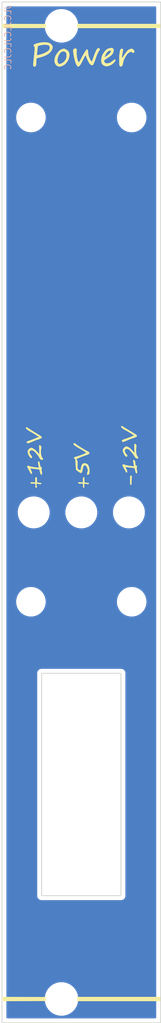
<source format=kicad_pcb>
(kicad_pcb (version 20171130) (host pcbnew "(5.1.9)-1")

  (general
    (thickness 1.6)
    (drawings 0)
    (tracks 0)
    (zones 0)
    (modules 10)
    (nets 1)
  )

  (page A4)
  (layers
    (0 F.Cu signal)
    (31 B.Cu signal)
    (32 B.Adhes user)
    (33 F.Adhes user)
    (34 B.Paste user)
    (35 F.Paste user)
    (36 B.SilkS user)
    (37 F.SilkS user)
    (38 B.Mask user)
    (39 F.Mask user)
    (40 Dwgs.User user)
    (41 Cmts.User user)
    (42 Eco1.User user)
    (43 Eco2.User user)
    (44 Edge.Cuts user)
    (45 Margin user)
    (46 B.CrtYd user)
    (47 F.CrtYd user)
    (48 B.Fab user)
    (49 F.Fab user)
  )

  (setup
    (last_trace_width 0.25)
    (trace_clearance 0.2)
    (zone_clearance 0.508)
    (zone_45_only no)
    (trace_min 0.2)
    (via_size 0.8)
    (via_drill 0.4)
    (via_min_size 0.4)
    (via_min_drill 0.3)
    (uvia_size 0.3)
    (uvia_drill 0.1)
    (uvias_allowed no)
    (uvia_min_size 0.2)
    (uvia_min_drill 0.1)
    (edge_width 0.05)
    (segment_width 0.2)
    (pcb_text_width 0.3)
    (pcb_text_size 1.5 1.5)
    (mod_edge_width 0.12)
    (mod_text_size 1 1)
    (mod_text_width 0.15)
    (pad_size 1.524 1.524)
    (pad_drill 0.762)
    (pad_to_mask_clearance 0)
    (aux_axis_origin 0 0)
    (visible_elements FEFFFF7F)
    (pcbplotparams
      (layerselection 0x010f0_ffffffff)
      (usegerberextensions false)
      (usegerberattributes false)
      (usegerberadvancedattributes true)
      (creategerberjobfile false)
      (excludeedgelayer true)
      (linewidth 0.100000)
      (plotframeref false)
      (viasonmask false)
      (mode 1)
      (useauxorigin false)
      (hpglpennumber 1)
      (hpglpenspeed 20)
      (hpglpendiameter 15.000000)
      (psnegative false)
      (psa4output false)
      (plotreference true)
      (plotvalue true)
      (plotinvisibletext false)
      (padsonsilk false)
      (subtractmaskfromsilk false)
      (outputformat 1)
      (mirror false)
      (drillshape 0)
      (scaleselection 1)
      (outputdirectory "Gerber/"))
  )

  (net 0 "")

  (net_class Default "This is the default net class."
    (clearance 0.2)
    (trace_width 0.25)
    (via_dia 0.8)
    (via_drill 0.4)
    (uvia_dia 0.3)
    (uvia_drill 0.1)
  )

  (module MountingHole:MountingHole_2.7mm (layer F.Cu) (tedit 56D1B4CB) (tstamp 606A5163)
    (at 16.35 75.5)
    (descr "Mounting Hole 2.7mm, no annular")
    (tags "mounting hole 2.7mm no annular")
    (attr virtual)
    (fp_text reference REF** (at 0 -3.7) (layer Dwgs.User) hide
      (effects (font (size 1 1) (thickness 0.15)))
    )
    (fp_text value MountingHole_2.7mm (at 0 3.7) (layer Dwgs.User) hide
      (effects (font (size 1 1) (thickness 0.15)))
    )
    (fp_circle (center 0 0) (end 2.95 0) (layer F.CrtYd) (width 0.05))
    (fp_circle (center 0 0) (end 2.7 0) (layer Cmts.User) (width 0.15))
    (fp_text user %R (at 0.3 0) (layer F.Fab)
      (effects (font (size 1 1) (thickness 0.15)))
    )
    (pad 1 np_thru_hole circle (at 0 0) (size 2.7 2.7) (drill 2.7) (layers *.Cu *.Mask))
  )

  (module MountingHole:MountingHole_2.7mm (layer F.Cu) (tedit 56D1B4CB) (tstamp 606A5155)
    (at 3.65 75.5)
    (descr "Mounting Hole 2.7mm, no annular")
    (tags "mounting hole 2.7mm no annular")
    (attr virtual)
    (fp_text reference REF** (at 0 -3.7) (layer Dwgs.User) hide
      (effects (font (size 1 1) (thickness 0.15)))
    )
    (fp_text value MountingHole_2.7mm (at 0 3.7) (layer Dwgs.User) hide
      (effects (font (size 1 1) (thickness 0.15)))
    )
    (fp_circle (center 0 0) (end 2.95 0) (layer F.CrtYd) (width 0.05))
    (fp_circle (center 0 0) (end 2.7 0) (layer Cmts.User) (width 0.15))
    (fp_text user %R (at 0.3 0) (layer F.Fab)
      (effects (font (size 1 1) (thickness 0.15)))
    )
    (pad 1 np_thru_hole circle (at 0 0) (size 2.7 2.7) (drill 2.7) (layers *.Cu *.Mask))
  )

  (module MountingHole:MountingHole_2.7mm (layer F.Cu) (tedit 56D1B4CB) (tstamp 606A5147)
    (at 16.35 14.54)
    (descr "Mounting Hole 2.7mm, no annular")
    (tags "mounting hole 2.7mm no annular")
    (attr virtual)
    (fp_text reference REF** (at 0 -3.7) (layer Dwgs.User) hide
      (effects (font (size 1 1) (thickness 0.15)))
    )
    (fp_text value MountingHole_2.7mm (at 0 3.7) (layer Dwgs.User) hide
      (effects (font (size 1 1) (thickness 0.15)))
    )
    (fp_circle (center 0 0) (end 2.95 0) (layer F.CrtYd) (width 0.05))
    (fp_circle (center 0 0) (end 2.7 0) (layer Cmts.User) (width 0.15))
    (fp_text user %R (at 0.3 0) (layer F.Fab)
      (effects (font (size 1 1) (thickness 0.15)))
    )
    (pad 1 np_thru_hole circle (at 0 0) (size 2.7 2.7) (drill 2.7) (layers *.Cu *.Mask))
  )

  (module MountingHole:MountingHole_2.7mm (layer F.Cu) (tedit 56D1B4CB) (tstamp 606A5110)
    (at 3.65 14.54)
    (descr "Mounting Hole 2.7mm, no annular")
    (tags "mounting hole 2.7mm no annular")
    (attr virtual)
    (fp_text reference REF** (at 0 -3.7) (layer Dwgs.User) hide
      (effects (font (size 1 1) (thickness 0.15)))
    )
    (fp_text value MountingHole_2.7mm (at 0 3.7) (layer Dwgs.User) hide
      (effects (font (size 1 1) (thickness 0.15)))
    )
    (fp_text user %R (at 0.3 0) (layer F.Fab)
      (effects (font (size 1 1) (thickness 0.15)))
    )
    (fp_circle (center 0 0) (end 2.7 0) (layer Cmts.User) (width 0.15))
    (fp_circle (center 0 0) (end 2.95 0) (layer F.CrtYd) (width 0.05))
    (pad 1 np_thru_hole circle (at 0 0) (size 2.7 2.7) (drill 2.7) (layers *.Cu *.Mask))
  )

  (module Frontpanels:LED_3mm (layer F.Cu) (tedit 5FEEF411) (tstamp 606A50E2)
    (at 16 64.25)
    (fp_text reference REF** (at 0 2.54) (layer F.SilkS) hide
      (effects (font (size 1 1) (thickness 0.15)))
    )
    (fp_text value LED_3mm (at 0 -2.54) (layer Dwgs.User) hide
      (effects (font (size 1 1) (thickness 0.15)))
    )
    (pad "" np_thru_hole circle (at 0 0) (size 3 3) (drill 3) (layers *.Cu *.Mask))
  )

  (module Frontpanels:LED_3mm (layer F.Cu) (tedit 5FEEF411) (tstamp 606A50DA)
    (at 10 64.25)
    (fp_text reference REF** (at 0 2.54) (layer F.SilkS) hide
      (effects (font (size 1 1) (thickness 0.15)))
    )
    (fp_text value LED_3mm (at 0 -2.54) (layer Dwgs.User) hide
      (effects (font (size 1 1) (thickness 0.15)))
    )
    (pad "" np_thru_hole circle (at 0 0) (size 3 3) (drill 3) (layers *.Cu *.Mask))
  )

  (module Frontpanels:LED_3mm (layer F.Cu) (tedit 5FEEF411) (tstamp 606A50BF)
    (at 4 64.25)
    (fp_text reference REF** (at 0 2.54) (layer F.SilkS) hide
      (effects (font (size 1 1) (thickness 0.15)))
    )
    (fp_text value LED_3mm (at 0 -2.54) (layer Dwgs.User) hide
      (effects (font (size 1 1) (thickness 0.15)))
    )
    (pad "" np_thru_hole circle (at 0 0) (size 3 3) (drill 3) (layers *.Cu *.Mask))
  )

  (module Frontpanels:KCD3 (layer F.Cu) (tedit 6069F04B) (tstamp 606A5080)
    (at 10 98.5)
    (fp_text reference REF** (at 6 0 90) (layer Dwgs.User) hide
      (effects (font (size 1 1) (thickness 0.15)))
    )
    (fp_text value KCD3 (at -6 0 90) (layer Dwgs.User) hide
      (effects (font (size 1 1) (thickness 0.15)))
    )
    (fp_line (start -5 -14) (end 5 -14) (layer Edge.Cuts) (width 0.1))
    (fp_line (start 5 -14) (end 5 14) (layer Edge.Cuts) (width 0.1))
    (fp_line (start 5 14) (end -5 14) (layer Edge.Cuts) (width 0.1))
    (fp_line (start -5 14) (end -5 -14) (layer Edge.Cuts) (width 0.1))
  )

  (module "Power Module Front:Front" (layer F.Cu) (tedit 6069EF9D) (tstamp 606A4EE4)
    (at 10 64.25)
    (fp_text reference G*** (at -26 0) (layer Dwgs.User) hide
      (effects (font (size 1.524 1.524) (thickness 0.3)))
    )
    (fp_text value LOGO (at 29.5 -5.5) (layer Dwgs.User) hide
      (effects (font (size 1.524 1.524) (thickness 0.3)))
    )
    (fp_poly (pts (xy -7.231944 60.995139) (xy -4.473222 61.002334) (xy -4.473222 61.510334) (xy -7.231944 61.517528)
      (xy -9.990666 61.524723) (xy -9.990666 60.987945) (xy -7.231944 60.995139)) (layer F.SilkS) (width 0.01))
    (fp_poly (pts (xy 10.018889 61.524445) (xy -0.508 61.524445) (xy -0.508 60.988223) (xy 10.018889 60.988223)
      (xy 10.018889 61.524445)) (layer F.SilkS) (width 0.01))
    (fp_poly (pts (xy -5.675082 -4.42526) (xy -5.602111 -4.416777) (xy -5.586185 -3.785419) (xy -5.438926 -3.754961)
      (xy -5.323682 -3.735149) (xy -5.205668 -3.720885) (xy -5.16491 -3.717862) (xy -5.073539 -3.701053)
      (xy -5.02901 -3.666536) (xy -5.034632 -3.620311) (xy -5.085329 -3.573645) (xy -5.128005 -3.551883)
      (xy -5.176935 -3.545346) (xy -5.249453 -3.553838) (xy -5.334 -3.570872) (xy -5.468206 -3.598753)
      (xy -5.556803 -3.611233) (xy -5.609259 -3.605264) (xy -5.635039 -3.577801) (xy -5.643612 -3.525795)
      (xy -5.644444 -3.47095) (xy -5.638091 -3.377193) (xy -5.62198 -3.300602) (xy -5.611768 -3.277133)
      (xy -5.592911 -3.20301) (xy -5.626706 -3.136784) (xy -5.66752 -3.107198) (xy -5.720791 -3.094921)
      (xy -5.767892 -3.128741) (xy -5.805994 -3.19344) (xy -5.81057 -3.254357) (xy -5.788972 -3.285777)
      (xy -5.775004 -3.322741) (xy -5.774583 -3.39313) (xy -5.785013 -3.476312) (xy -5.803597 -3.551655)
      (xy -5.827638 -3.598527) (xy -5.830139 -3.600774) (xy -5.881185 -3.616025) (xy -5.978637 -3.621706)
      (xy -6.094892 -3.618326) (xy -6.23689 -3.615434) (xy -6.331179 -3.627901) (xy -6.385009 -3.658222)
      (xy -6.405628 -3.708889) (xy -6.406444 -3.725497) (xy -6.394483 -3.76233) (xy -6.353733 -3.785506)
      (xy -6.276894 -3.796329) (xy -6.156664 -3.7961) (xy -6.04413 -3.790151) (xy -5.799666 -3.774289)
      (xy -5.809396 -4.061197) (xy -5.811458 -4.21608) (xy -5.80347 -4.322531) (xy -5.782651 -4.388095)
      (xy -5.746215 -4.420314) (xy -5.691382 -4.426732) (xy -5.675082 -4.42526)) (layer F.SilkS) (width 0.01))
    (fp_poly (pts (xy 0.358242 -4.42882) (xy 0.376762 -4.416151) (xy 0.387734 -4.383188) (xy 0.393134 -4.320237)
      (xy 0.394935 -4.217605) (xy 0.395111 -4.112186) (xy 0.395111 -3.793484) (xy 0.522516 -3.759409)
      (xy 0.62945 -3.739058) (xy 0.753021 -3.726875) (xy 0.804739 -3.725333) (xy 0.893629 -3.723333)
      (xy 0.93987 -3.713408) (xy 0.957223 -3.689672) (xy 0.959556 -3.65909) (xy 0.94109 -3.595765)
      (xy 0.883275 -3.561747) (xy 0.78248 -3.556036) (xy 0.651553 -3.574364) (xy 0.521067 -3.599654)
      (xy 0.436884 -3.610003) (xy 0.389402 -3.598265) (xy 0.369022 -3.557297) (xy 0.366143 -3.479952)
      (xy 0.370904 -3.3655) (xy 0.381 -3.118555) (xy 0.303389 -3.109625) (xy 0.245706 -3.110371)
      (xy 0.221398 -3.123736) (xy 0.218869 -3.161225) (xy 0.21613 -3.239685) (xy 0.213696 -3.34365)
      (xy 0.213274 -3.367189) (xy 0.206321 -3.49841) (xy 0.191154 -3.581253) (xy 0.174251 -3.609405)
      (xy 0.130785 -3.618152) (xy 0.047332 -3.621717) (xy -0.05984 -3.619545) (xy -0.085544 -3.618211)
      (xy -0.227122 -3.61544) (xy -0.320993 -3.628221) (xy -0.374365 -3.659055) (xy -0.394444 -3.710437)
      (xy -0.395111 -3.725497) (xy -0.382009 -3.763354) (xy -0.338063 -3.786806) (xy -0.25631 -3.797113)
      (xy -0.129788 -3.795536) (xy -0.038514 -3.790053) (xy 0.197556 -3.773394) (xy 0.197556 -4.068274)
      (xy 0.200003 -4.218775) (xy 0.209452 -4.321597) (xy 0.22906 -4.385379) (xy 0.261987 -4.418754)
      (xy 0.311393 -4.430361) (xy 0.3302 -4.430889) (xy 0.358242 -4.42882)) (layer F.SilkS) (width 0.01))
    (fp_poly (pts (xy 6.315848 -4.631182) (xy 6.326738 -4.62579) (xy 6.359122 -4.601165) (xy 6.371726 -4.562431)
      (xy 6.367994 -4.492584) (xy 6.362374 -4.44981) (xy 6.354226 -4.366404) (xy 6.346568 -4.242277)
      (xy 6.340184 -4.093151) (xy 6.335858 -3.93475) (xy 6.335396 -3.908777) (xy 6.332821 -3.764547)
      (xy 6.330196 -3.640781) (xy 6.327783 -3.548308) (xy 6.325842 -3.497959) (xy 6.325361 -3.4925)
      (xy 6.298638 -3.472272) (xy 6.245736 -3.47251) (xy 6.191448 -3.489433) (xy 6.161164 -3.517541)
      (xy 6.155217 -3.559937) (xy 6.149818 -3.648565) (xy 6.14535 -3.773212) (xy 6.142199 -3.923666)
      (xy 6.140883 -4.056137) (xy 6.140208 -4.233771) (xy 6.140973 -4.363635) (xy 6.144189 -4.454404)
      (xy 6.150864 -4.514749) (xy 6.162009 -4.553345) (xy 6.178633 -4.578865) (xy 6.201746 -4.599981)
      (xy 6.204454 -4.602186) (xy 6.263758 -4.637522) (xy 6.315848 -4.631182)) (layer F.SilkS) (width 0.01))
    (fp_poly (pts (xy -0.768927 -8.678012) (xy -0.723286 -8.642098) (xy -0.653142 -8.584916) (xy -0.542529 -8.50536)
      (xy -0.400115 -8.408826) (xy -0.234567 -8.300715) (xy -0.054556 -8.186424) (xy 0.131251 -8.071354)
      (xy 0.314185 -7.960903) (xy 0.485578 -7.860469) (xy 0.636762 -7.775453) (xy 0.759067 -7.711252)
      (xy 0.809839 -7.687234) (xy 0.923994 -7.624402) (xy 0.989742 -7.554991) (xy 1.015056 -7.469639)
      (xy 1.016 -7.445103) (xy 1.005409 -7.400524) (xy 0.968841 -7.359197) (xy 0.899099 -7.31672)
      (xy 0.788991 -7.268691) (xy 0.635 -7.211999) (xy 0.403342 -7.130282) (xy 0.214542 -7.062482)
      (xy 0.057992 -7.004435) (xy -0.07692 -6.951973) (xy -0.200802 -6.900931) (xy -0.324264 -6.847141)
      (xy -0.457917 -6.786438) (xy -0.509711 -6.762488) (xy -0.638422 -6.702777) (xy -0.563201 -6.627096)
      (xy -0.520095 -6.571825) (xy -0.489492 -6.50057) (xy -0.470256 -6.405052) (xy -0.461249 -6.276987)
      (xy -0.461334 -6.108096) (xy -0.467527 -5.930254) (xy -0.473314 -5.759445) (xy -0.470783 -5.63424)
      (xy -0.456392 -5.544) (xy -0.426598 -5.478089) (xy -0.377861 -5.425868) (xy -0.306636 -5.376698)
      (xy -0.27738 -5.359203) (xy -0.145539 -5.281806) (xy -0.101869 -5.390947) (xy -0.072136 -5.482921)
      (xy -0.044122 -5.59808) (xy -0.031752 -5.663989) (xy 0.010813 -5.857798) (xy 0.070172 -6.002395)
      (xy 0.150486 -6.103577) (xy 0.255918 -6.167146) (xy 0.34748 -6.192476) (xy 0.491309 -6.191918)
      (xy 0.636829 -6.144951) (xy 0.769665 -6.059279) (xy 0.875441 -5.942603) (xy 0.904287 -5.894187)
      (xy 0.973208 -5.720159) (xy 1.021544 -5.513017) (xy 1.04662 -5.293177) (xy 1.04576 -5.081054)
      (xy 1.028298 -4.948119) (xy 1.005722 -4.894558) (xy 0.963232 -4.828044) (xy 0.913794 -4.765546)
      (xy 0.870375 -4.724031) (xy 0.851214 -4.716385) (xy 0.810494 -4.725642) (xy 0.783186 -4.732561)
      (xy 0.732725 -4.772155) (xy 0.71692 -4.853687) (xy 0.735981 -4.974383) (xy 0.759304 -5.050443)
      (xy 0.790592 -5.150052) (xy 0.81203 -5.235893) (xy 0.818445 -5.28168) (xy 0.803895 -5.388798)
      (xy 0.765738 -5.520774) (xy 0.712208 -5.655863) (xy 0.651541 -5.772317) (xy 0.611239 -5.828815)
      (xy 0.552625 -5.892855) (xy 0.509101 -5.921535) (xy 0.460022 -5.923185) (xy 0.406315 -5.91149)
      (xy 0.341511 -5.890926) (xy 0.300693 -5.858911) (xy 0.269692 -5.799572) (xy 0.245664 -5.731526)
      (xy 0.215575 -5.621923) (xy 0.187165 -5.487036) (xy 0.16833 -5.368417) (xy 0.136345 -5.205616)
      (xy 0.087782 -5.076039) (xy 0.026531 -4.987905) (xy -0.02829 -4.952978) (xy -0.078298 -4.960441)
      (xy -0.160786 -4.997599) (xy -0.264987 -5.057874) (xy -0.380137 -5.134685) (xy -0.49547 -5.221454)
      (xy -0.569868 -5.28399) (xy -0.67407 -5.376333) (xy -0.708167 -5.827889) (xy -0.720676 -6.001497)
      (xy -0.732036 -6.173802) (xy -0.741255 -6.328694) (xy -0.747343 -6.450063) (xy -0.748707 -6.486513)
      (xy -0.753385 -6.594033) (xy -0.762908 -6.660517) (xy -0.782939 -6.701367) (xy -0.819145 -6.731987)
      (xy -0.844946 -6.748191) (xy -0.904522 -6.792922) (xy -0.921273 -6.835861) (xy -0.915755 -6.865677)
      (xy -0.893467 -6.923593) (xy -0.878659 -6.948424) (xy -0.845659 -6.962865) (xy -0.76932 -6.987398)
      (xy -0.661097 -7.01856) (xy -0.53554 -7.052093) (xy -0.415936 -7.086577) (xy -0.274386 -7.133163)
      (xy -0.119549 -7.188341) (xy 0.039914 -7.248604) (xy 0.195345 -7.310445) (xy 0.338083 -7.370356)
      (xy 0.459468 -7.424829) (xy 0.550842 -7.470357) (xy 0.603545 -7.503431) (xy 0.612808 -7.517244)
      (xy 0.586346 -7.540307) (xy 0.518842 -7.586555) (xy 0.418256 -7.651159) (xy 0.292549 -7.729291)
      (xy 0.14968 -7.816123) (xy -0.002388 -7.906827) (xy -0.155697 -7.996574) (xy -0.302286 -8.080537)
      (xy -0.434194 -8.153887) (xy -0.459267 -8.167481) (xy -0.590392 -8.245336) (xy -0.724284 -8.336571)
      (xy -0.838006 -8.425216) (xy -0.86849 -8.452385) (xy -0.949947 -8.531549) (xy -0.994636 -8.584703)
      (xy -1.00911 -8.622024) (xy -0.999919 -8.653687) (xy -0.999042 -8.655161) (xy -0.939387 -8.706707)
      (xy -0.858344 -8.714118) (xy -0.768927 -8.678012)) (layer F.SilkS) (width 0.01))
    (fp_poly (pts (xy -5.327291 -6.40414) (xy -5.300383 -6.390085) (xy -5.280297 -6.353564) (xy -5.261349 -6.283861)
      (xy -5.237856 -6.170262) (xy -5.235718 -6.1595) (xy -5.202733 -5.998952) (xy -5.175382 -5.884357)
      (xy -5.149826 -5.806024) (xy -5.122222 -5.75426) (xy -5.08873 -5.719376) (xy -5.051694 -5.695146)
      (xy -4.984062 -5.629569) (xy -4.966316 -5.544078) (xy -4.999806 -5.450214) (xy -5.016771 -5.400859)
      (xy -5.013541 -5.328212) (xy -4.997154 -5.245986) (xy -4.961963 -5.069423) (xy -4.946129 -4.928275)
      (xy -4.95004 -4.828671) (xy -4.967788 -4.782851) (xy -5.024705 -4.744456) (xy -5.082343 -4.761647)
      (xy -5.119771 -4.804833) (xy -5.15709 -4.881285) (xy -5.179971 -4.953) (xy -5.198037 -5.024709)
      (xy -5.225921 -5.12663) (xy -5.253139 -5.221427) (xy -5.307181 -5.405187) (xy -5.858767 -5.47112)
      (xy -6.02843 -5.490869) (xy -6.17794 -5.50726) (xy -6.298648 -5.519428) (xy -6.381904 -5.526508)
      (xy -6.419058 -5.527634) (xy -6.420109 -5.527249) (xy -6.413231 -5.499211) (xy -6.386262 -5.433603)
      (xy -6.344569 -5.343228) (xy -6.332654 -5.318633) (xy -6.259554 -5.151888) (xy -6.2185 -5.018024)
      (xy -6.209669 -4.92014) (xy -6.23324 -4.861335) (xy -6.28939 -4.844711) (xy -6.305535 -4.846907)
      (xy -6.348551 -4.865079) (xy -6.390249 -4.908556) (xy -6.438374 -4.987308) (xy -6.483704 -5.076252)
      (xy -6.549421 -5.205914) (xy -6.628978 -5.356) (xy -6.707409 -5.498393) (xy -6.72364 -5.526968)
      (xy -6.779949 -5.630651) (xy -6.821147 -5.716828) (xy -6.841807 -5.773542) (xy -6.842239 -5.788224)
      (xy -6.807907 -5.818081) (xy -6.746177 -5.855526) (xy -6.740844 -5.858317) (xy -6.679886 -5.885423)
      (xy -6.645317 -5.882908) (xy -6.622689 -5.860366) (xy -6.580754 -5.836975) (xy -6.493402 -5.808543)
      (xy -6.371202 -5.777228) (xy -6.224721 -5.745184) (xy -6.064526 -5.714568) (xy -5.901186 -5.687537)
      (xy -5.745267 -5.666246) (xy -5.607338 -5.652851) (xy -5.604749 -5.652673) (xy -5.353388 -5.635517)
      (xy -5.370545 -5.731703) (xy -5.383463 -5.80375) (xy -5.402907 -5.911765) (xy -5.425352 -6.036172)
      (xy -5.433006 -6.078534) (xy -5.451649 -6.194432) (xy -5.463025 -6.291459) (xy -5.465555 -6.354649)
      (xy -5.463485 -6.367812) (xy -5.427456 -6.395678) (xy -5.366706 -6.406444) (xy -5.327291 -6.40414)) (layer F.SilkS) (width 0.01))
    (fp_poly (pts (xy 6.695892 -6.575306) (xy 6.750654 -6.495243) (xy 6.791535 -6.365044) (xy 6.815446 -6.205949)
      (xy 6.829639 -6.070941) (xy 6.84305 -5.982463) (xy 6.859239 -5.930768) (xy 6.881769 -5.90611)
      (xy 6.914201 -5.898742) (xy 6.927815 -5.898444) (xy 6.976777 -5.888058) (xy 7.003744 -5.846544)
      (xy 7.015507 -5.797414) (xy 7.017886 -5.690258) (xy 6.998657 -5.629485) (xy 6.979293 -5.57522)
      (xy 6.979498 -5.507833) (xy 6.997746 -5.413015) (xy 7.03262 -5.238093) (xy 7.048314 -5.09768)
      (xy 7.044422 -4.998236) (xy 7.026657 -4.952184) (xy 6.969964 -4.913813) (xy 6.912173 -4.931249)
      (xy 6.87218 -4.977156) (xy 6.845803 -5.036838) (xy 6.816469 -5.132867) (xy 6.790001 -5.245835)
      (xy 6.78705 -5.260885) (xy 6.755594 -5.407647) (xy 6.725349 -5.505809) (xy 6.692844 -5.563022)
      (xy 6.65461 -5.586935) (xy 6.638285 -5.588875) (xy 6.595737 -5.592523) (xy 6.50706 -5.602123)
      (xy 6.382122 -5.616537) (xy 6.230793 -5.63463) (xy 6.074834 -5.653784) (xy 5.911981 -5.673713)
      (xy 5.770311 -5.690441) (xy 5.658562 -5.702988) (xy 5.585474 -5.710371) (xy 5.559778 -5.711644)
      (xy 5.57188 -5.685631) (xy 5.604271 -5.621209) (xy 5.651079 -5.529985) (xy 5.676126 -5.481659)
      (xy 5.743222 -5.337968) (xy 5.784602 -5.217113) (xy 5.79607 -5.147757) (xy 5.794702 -5.076127)
      (xy 5.775772 -5.04301) (xy 5.726529 -5.03068) (xy 5.710657 -5.029025) (xy 5.651226 -5.029048)
      (xy 5.617172 -5.05385) (xy 5.590575 -5.117781) (xy 5.587341 -5.127803) (xy 5.554056 -5.208435)
      (xy 5.501352 -5.31197) (xy 5.447553 -5.404555) (xy 5.363056 -5.546501) (xy 5.28592 -5.68759)
      (xy 5.223745 -5.813168) (xy 5.184131 -5.90858) (xy 5.180655 -5.91922) (xy 5.176278 -5.964952)
      (xy 5.205514 -5.999656) (xy 5.261757 -6.030323) (xy 5.328759 -6.059164) (xy 5.366092 -6.061542)
      (xy 5.393737 -6.037848) (xy 5.397591 -6.032964) (xy 5.440113 -6.008746) (xy 5.528131 -5.979516)
      (xy 5.65116 -5.947464) (xy 5.798713 -5.914781) (xy 5.960304 -5.883656) (xy 6.125446 -5.85628)
      (xy 6.283654 -5.834844) (xy 6.402146 -5.823136) (xy 6.639938 -5.804857) (xy 6.625629 -5.886929)
      (xy 6.58925 -6.095821) (xy 6.561754 -6.255902) (xy 6.542396 -6.373977) (xy 6.530429 -6.456851)
      (xy 6.525107 -6.511331) (xy 6.525683 -6.54422) (xy 6.531413 -6.562326) (xy 6.541549 -6.572453)
      (xy 6.549877 -6.577809) (xy 6.628537 -6.60343) (xy 6.695892 -6.575306)) (layer F.SilkS) (width 0.01))
    (fp_poly (pts (xy -5.18282 -8.449629) (xy -5.119483 -8.397739) (xy -5.069098 -8.314388) (xy -5.037302 -8.212056)
      (xy -5.029731 -8.103222) (xy -5.049673 -8.00631) (xy -5.082504 -7.876437) (xy -5.096793 -7.71852)
      (xy -5.094246 -7.544359) (xy -5.076573 -7.365751) (xy -5.045481 -7.194496) (xy -5.002679 -7.042393)
      (xy -4.949875 -6.921239) (xy -4.888776 -6.842835) (xy -4.880296 -6.836385) (xy -4.836949 -6.781909)
      (xy -4.831469 -6.707122) (xy -4.846516 -6.642806) (xy -4.884021 -6.617197) (xy -4.910666 -6.613807)
      (xy -4.995327 -6.617586) (xy -5.055172 -6.627918) (xy -5.143899 -6.677357) (xy -5.236508 -6.781815)
      (xy -5.331964 -6.940081) (xy -5.347719 -6.970889) (xy -5.401564 -7.068181) (xy -5.458156 -7.154848)
      (xy -5.49151 -7.196666) (xy -5.540706 -7.251513) (xy -5.612426 -7.334222) (xy -5.693183 -7.429195)
      (xy -5.713962 -7.453931) (xy -5.8656 -7.61724) (xy -6.006696 -7.730882) (xy -6.142977 -7.799238)
      (xy -6.180666 -7.810757) (xy -6.299158 -7.821725) (xy -6.396643 -7.783613) (xy -6.478577 -7.693596)
      (xy -6.509157 -7.640612) (xy -6.531086 -7.58759) (xy -6.531371 -7.537962) (xy -6.508173 -7.469456)
      (xy -6.491892 -7.431747) (xy -6.437545 -7.333485) (xy -6.36338 -7.228508) (xy -6.321512 -7.178999)
      (xy -6.249782 -7.09064) (xy -6.215493 -7.016644) (xy -6.208889 -6.960468) (xy -6.216612 -6.891197)
      (xy -6.248349 -6.857127) (xy -6.282144 -6.845733) (xy -6.330551 -6.838934) (xy -6.373423 -6.850526)
      (xy -6.419611 -6.887741) (xy -6.477967 -6.957809) (xy -6.557345 -7.067962) (xy -6.561552 -7.073976)
      (xy -6.651121 -7.225793) (xy -6.718511 -7.387525) (xy -6.758556 -7.543185) (xy -6.766092 -7.67679)
      (xy -6.763377 -7.698642) (xy -6.711598 -7.849414) (xy -6.609691 -7.974758) (xy -6.469501 -8.068265)
      (xy -6.312663 -8.147571) (xy -6.127258 -8.074286) (xy -5.971283 -7.990901) (xy -5.797824 -7.856871)
      (xy -5.606016 -7.671452) (xy -5.421019 -7.464777) (xy -5.30131 -7.323666) (xy -5.312522 -7.881806)
      (xy -5.323734 -8.439945) (xy -5.253475 -8.457579) (xy -5.18282 -8.449629)) (layer F.SilkS) (width 0.01))
    (fp_poly (pts (xy 6.812389 -8.61933) (xy 6.878138 -8.568332) (xy 6.928426 -8.484995) (xy 6.957159 -8.381325)
      (xy 6.958244 -8.269327) (xy 6.946463 -8.213781) (xy 6.932929 -8.141874) (xy 6.921337 -8.031815)
      (xy 6.913374 -7.901897) (xy 6.91121 -7.831666) (xy 6.917191 -7.599892) (xy 6.943303 -7.39467)
      (xy 6.987753 -7.223977) (xy 7.04875 -7.095793) (xy 7.087345 -7.047646) (xy 7.150975 -6.959722)
      (xy 7.168445 -6.86994) (xy 7.167096 -6.817154) (xy 7.15474 -6.788804) (xy 7.118916 -6.779859)
      (xy 7.047159 -6.78529) (xy 6.979393 -6.793641) (xy 6.884321 -6.832529) (xy 6.786339 -6.923455)
      (xy 6.689252 -7.062415) (xy 6.642404 -7.148319) (xy 6.587161 -7.239157) (xy 6.502673 -7.356509)
      (xy 6.399638 -7.487535) (xy 6.288749 -7.619392) (xy 6.180702 -7.739239) (xy 6.086193 -7.834232)
      (xy 6.033803 -7.879076) (xy 5.893313 -7.963387) (xy 5.763063 -7.999055) (xy 5.648323 -7.985887)
      (xy 5.554363 -7.923687) (xy 5.532547 -7.897527) (xy 5.492347 -7.828156) (xy 5.483146 -7.756073)
      (xy 5.490323 -7.69581) (xy 5.512344 -7.594122) (xy 5.546345 -7.512293) (xy 5.603023 -7.430168)
      (xy 5.675717 -7.346501) (xy 5.751668 -7.249276) (xy 5.798288 -7.160173) (xy 5.811032 -7.090111)
      (xy 5.796189 -7.057133) (xy 5.717533 -7.018045) (xy 5.63171 -7.022785) (xy 5.568416 -7.063175)
      (xy 5.462501 -7.201185) (xy 5.363777 -7.365529) (xy 5.285719 -7.532097) (xy 5.253299 -7.627033)
      (xy 5.226821 -7.73238) (xy 5.218012 -7.805842) (xy 5.225972 -7.868836) (xy 5.241066 -7.918247)
      (xy 5.310159 -8.047188) (xy 5.418622 -8.168089) (xy 5.550209 -8.263279) (xy 5.566073 -8.27177)
      (xy 5.671146 -8.325926) (xy 5.862406 -8.249797) (xy 5.968141 -8.201862) (xy 6.061871 -8.143597)
      (xy 6.159773 -8.063444) (xy 6.267535 -7.960333) (xy 6.370386 -7.855708) (xy 6.470934 -7.749955)
      (xy 6.554297 -7.658877) (xy 6.588071 -7.62) (xy 6.694739 -7.493) (xy 6.682725 -8.051139)
      (xy 6.670711 -8.609279) (xy 6.73727 -8.625984) (xy 6.812389 -8.61933)) (layer F.SilkS) (width 0.01))
    (fp_poly (pts (xy -6.857104 -10.709789) (xy -6.790154 -10.669496) (xy -6.693862 -10.609077) (xy -6.577093 -10.53404)
      (xy -6.52707 -10.501449) (xy -6.37477 -10.403145) (xy -6.193953 -10.288458) (xy -6.004573 -10.169935)
      (xy -5.826581 -10.06012) (xy -5.781218 -10.032469) (xy -5.630769 -9.94093) (xy -5.48284 -9.850687)
      (xy -5.350381 -9.769657) (xy -5.246344 -9.705756) (xy -5.207 -9.681444) (xy -5.097073 -9.602078)
      (xy -5.018615 -9.522659) (xy -4.978139 -9.451396) (xy -4.981624 -9.397349) (xy -5.025297 -9.360557)
      (xy -5.112764 -9.31262) (xy -5.233655 -9.258275) (xy -5.377599 -9.202255) (xy -5.503333 -9.159111)
      (xy -5.641813 -9.111769) (xy -5.787275 -9.057823) (xy -5.911359 -9.007851) (xy -5.926666 -9.001224)
      (xy -6.02068 -8.961187) (xy -6.138176 -8.912906) (xy -6.268079 -8.860715) (xy -6.399315 -8.808951)
      (xy -6.520807 -8.761946) (xy -6.621482 -8.724038) (xy -6.690264 -8.69956) (xy -6.71526 -8.69255)
      (xy -6.747281 -8.705986) (xy -6.80707 -8.739197) (xy -6.824646 -8.749749) (xy -6.892461 -8.808307)
      (xy -6.905215 -8.865132) (xy -6.862804 -8.916276) (xy -6.829578 -8.934626) (xy -6.770924 -8.958051)
      (xy -6.675708 -8.992298) (xy -6.561203 -9.031223) (xy -6.519333 -9.044956) (xy -6.419029 -9.079737)
      (xy -6.290249 -9.127664) (xy -6.142528 -9.184829) (xy -5.985404 -9.247326) (xy -5.828414 -9.311249)
      (xy -5.681093 -9.372691) (xy -5.552979 -9.427747) (xy -5.453608 -9.472509) (xy -5.392517 -9.503073)
      (xy -5.379095 -9.512007) (xy -5.38309 -9.538593) (xy -5.431196 -9.570101) (xy -5.43554 -9.572034)
      (xy -5.493682 -9.602681) (xy -5.584063 -9.656416) (xy -5.692298 -9.724511) (xy -5.763187 -9.770861)
      (xy -5.891978 -9.853055) (xy -6.048778 -9.948161) (xy -6.21154 -10.043013) (xy -6.327632 -10.107906)
      (xy -6.557871 -10.238805) (xy -6.736721 -10.352511) (xy -6.866097 -10.450392) (xy -6.947913 -10.53382)
      (xy -6.97012 -10.567749) (xy -6.995577 -10.624831) (xy -6.988057 -10.658797) (xy -6.957671 -10.684948)
      (xy -6.908788 -10.715783) (xy -6.885847 -10.724444) (xy -6.857104 -10.709789)) (layer F.SilkS) (width 0.01))
    (fp_poly (pts (xy 5.142636 -10.863161) (xy 5.233636 -10.819176) (xy 5.35923 -10.742933) (xy 5.433786 -10.69425)
      (xy 5.578234 -10.601028) (xy 5.750998 -10.493349) (xy 5.931038 -10.384137) (xy 6.097311 -10.286316)
      (xy 6.10728 -10.28058) (xy 6.247571 -10.199161) (xy 6.379952 -10.120837) (xy 6.492134 -10.05298)
      (xy 6.571828 -10.002967) (xy 6.589889 -9.990962) (xy 6.690785 -9.92697) (xy 6.800216 -9.86461)
      (xy 6.824857 -9.851755) (xy 6.920492 -9.786115) (xy 6.984781 -9.707876) (xy 7.012067 -9.628428)
      (xy 6.996691 -9.559163) (xy 6.98006 -9.539319) (xy 6.929511 -9.508115) (xy 6.836743 -9.465094)
      (xy 6.713527 -9.414911) (xy 6.571631 -9.36222) (xy 6.422825 -9.311675) (xy 6.335889 -9.284547)
      (xy 6.254379 -9.256469) (xy 6.143677 -9.213724) (xy 6.026006 -9.164936) (xy 6.011334 -9.15859)
      (xy 5.786244 -9.061409) (xy 5.599014 -8.982073) (xy 5.452769 -8.921859) (xy 5.350637 -8.882048)
      (xy 5.295745 -8.863919) (xy 5.288627 -8.862907) (xy 5.247934 -8.87612) (xy 5.185834 -8.906142)
      (xy 5.121702 -8.964192) (xy 5.108222 -9.017327) (xy 5.12912 -9.074219) (xy 5.194211 -9.128561)
      (xy 5.307097 -9.182345) (xy 5.471376 -9.237561) (xy 5.544005 -9.258231) (xy 5.629308 -9.284941)
      (xy 5.750948 -9.327357) (xy 5.897194 -9.380939) (xy 6.056318 -9.441151) (xy 6.216588 -9.503454)
      (xy 6.366275 -9.563312) (xy 6.493649 -9.616186) (xy 6.586981 -9.657539) (xy 6.623076 -9.675664)
      (xy 6.61084 -9.695054) (xy 6.55697 -9.73778) (xy 6.468873 -9.799233) (xy 6.353952 -9.874802)
      (xy 6.219615 -9.959874) (xy 6.073266 -10.049839) (xy 5.922311 -10.140086) (xy 5.774156 -10.226003)
      (xy 5.636205 -10.30298) (xy 5.515866 -10.366406) (xy 5.504792 -10.371973) (xy 5.385405 -10.438618)
      (xy 5.264185 -10.517924) (xy 5.154797 -10.599797) (xy 5.070906 -10.674145) (xy 5.031069 -10.721854)
      (xy 5.009842 -10.783516) (xy 5.012509 -10.821032) (xy 5.038542 -10.862142) (xy 5.079761 -10.876834)
      (xy 5.142636 -10.863161)) (layer F.SilkS) (width 0.01))
    (fp_poly (pts (xy -4.340798 -59.164478) (xy -4.141145 -59.125625) (xy -4.131655 -59.122864) (xy -4.012277 -59.083047)
      (xy -3.925529 -59.039505) (xy -3.848501 -58.978456) (xy -3.78422 -58.913832) (xy -3.680441 -58.790829)
      (xy -3.621601 -58.680692) (xy -3.604114 -58.567461) (xy -3.624388 -58.435177) (xy -3.654388 -58.33648)
      (xy -3.756844 -58.117059) (xy -3.908074 -57.92042) (xy -4.110291 -57.743895) (xy -4.193707 -57.686249)
      (xy -4.42369 -57.554724) (xy -4.688058 -57.434364) (xy -4.964796 -57.334131) (xy -5.231888 -57.262987)
      (xy -5.235222 -57.262288) (xy -5.397491 -57.223789) (xy -5.525523 -57.183921) (xy -5.611791 -57.145389)
      (xy -5.647512 -57.114071) (xy -5.649685 -57.085185) (xy -5.653662 -57.009727) (xy -5.658968 -56.897525)
      (xy -5.665131 -56.758407) (xy -5.668678 -56.674826) (xy -5.675855 -56.509947) (xy -5.682617 -56.39183)
      (xy -5.690838 -56.310842) (xy -5.702388 -56.257348) (xy -5.719137 -56.221712) (xy -5.742958 -56.194301)
      (xy -5.765962 -56.173882) (xy -5.851121 -56.121909) (xy -5.933285 -56.107407) (xy -5.996585 -56.13256)
      (xy -6.004423 -56.141055) (xy -6.029611 -56.176562) (xy -6.048774 -56.216605) (xy -6.061783 -56.267051)
      (xy -6.068506 -56.333767) (xy -6.068813 -56.422617) (xy -6.062575 -56.539469) (xy -6.04966 -56.690189)
      (xy -6.029938 -56.880642) (xy -6.003279 -57.116696) (xy -5.977915 -57.333444) (xy -5.953398 -57.549901)
      (xy -5.947467 -57.606709) (xy -5.588403 -57.606709) (xy -5.577239 -57.558873) (xy -5.538803 -57.555322)
      (xy -5.538611 -57.555376) (xy -5.485127 -57.568281) (xy -5.397652 -57.587165) (xy -5.319889 -57.60299)
      (xy -5.105117 -57.656789) (xy -4.879003 -57.733051) (xy -4.655222 -57.825631) (xy -4.447453 -57.928385)
      (xy -4.26937 -58.035167) (xy -4.14381 -58.131412) (xy -4.053256 -58.241185) (xy -3.997849 -58.367313)
      (xy -3.977945 -58.497741) (xy -3.993903 -58.620413) (xy -4.046079 -58.723276) (xy -4.12431 -58.788957)
      (xy -4.180275 -58.808913) (xy -4.272427 -58.831992) (xy -4.381085 -58.853281) (xy -4.383918 -58.853761)
      (xy -4.58782 -58.868967) (xy -4.826928 -58.853894) (xy -5.089589 -58.809729) (xy -5.280135 -58.762446)
      (xy -5.461 -58.711694) (xy -5.481068 -58.587014) (xy -5.493274 -58.501802) (xy -5.50854 -58.381478)
      (xy -5.525502 -58.238482) (xy -5.5428 -58.085254) (xy -5.55907 -57.934234) (xy -5.572952 -57.79786)
      (xy -5.583083 -57.688574) (xy -5.588101 -57.618815) (xy -5.588403 -57.606709) (xy -5.947467 -57.606709)
      (xy -5.931283 -57.761708) (xy -5.912537 -57.958257) (xy -5.898127 -58.128944) (xy -5.889018 -58.26316)
      (xy -5.886172 -58.340041) (xy -5.886912 -58.462487) (xy -5.89328 -58.543126) (xy -5.908151 -58.596525)
      (xy -5.934404 -58.637255) (xy -5.947833 -58.652304) (xy -5.99314 -58.723207) (xy -6.011333 -58.795113)
      (xy -6.003885 -58.843231) (xy -5.976378 -58.884165) (xy -5.921066 -58.922668) (xy -5.830202 -58.963493)
      (xy -5.696042 -59.011394) (xy -5.616222 -59.037576) (xy -5.370161 -59.103137) (xy -5.105795 -59.149401)
      (xy -4.836917 -59.175574) (xy -4.57732 -59.180864) (xy -4.340798 -59.164478)) (layer F.SilkS) (width 0.01))
    (fp_poly (pts (xy -2.014594 -58.323063) (xy -1.819046 -58.22825) (xy -1.670027 -58.103007) (xy -1.568555 -57.948218)
      (xy -1.558966 -57.926111) (xy -1.510788 -57.788149) (xy -1.487676 -57.659237) (xy -1.489179 -57.522524)
      (xy -1.514847 -57.361162) (xy -1.540843 -57.248777) (xy -1.581982 -57.098257) (xy -1.625596 -56.979795)
      (xy -1.682255 -56.869593) (xy -1.762533 -56.74385) (xy -1.770105 -56.732681) (xy -1.952015 -56.505224)
      (xy -2.152481 -56.330868) (xy -2.37199 -56.209239) (xy -2.519128 -56.159816) (xy -2.63658 -56.130354)
      (xy -2.71831 -56.115019) (xy -2.783051 -56.113076) (xy -2.849534 -56.12379) (xy -2.926991 -56.143826)
      (xy -3.063222 -56.208195) (xy -3.186207 -56.316592) (xy -3.287357 -56.456795) (xy -3.358084 -56.616581)
      (xy -3.3898 -56.783727) (xy -3.390574 -56.803599) (xy -3.387739 -56.862769) (xy -3.005108 -56.862769)
      (xy -2.990043 -56.744099) (xy -2.950863 -56.632634) (xy -2.89337 -56.536696) (xy -2.827574 -56.469546)
      (xy -2.763858 -56.444444) (xy -2.714844 -56.453947) (xy -2.63088 -56.478949) (xy -2.529501 -56.514192)
      (xy -2.522193 -56.516911) (xy -2.334569 -56.609697) (xy -2.175891 -56.739914) (xy -2.03788 -56.915082)
      (xy -1.981937 -57.00768) (xy -1.930381 -57.105128) (xy -1.898373 -57.186882) (xy -1.880204 -57.274498)
      (xy -1.870169 -57.389529) (xy -1.867547 -57.439742) (xy -1.868809 -57.627889) (xy -1.894713 -57.771875)
      (xy -1.947912 -57.879521) (xy -2.031055 -57.958651) (xy -2.04689 -57.968926) (xy -2.168481 -58.014328)
      (xy -2.309928 -58.021197) (xy -2.449429 -57.989083) (xy -2.475599 -57.977743) (xy -2.592712 -57.895268)
      (xy -2.704038 -57.76792) (xy -2.804756 -57.60726) (xy -2.890044 -57.424853) (xy -2.95508 -57.23226)
      (xy -2.995042 -57.041044) (xy -3.005108 -56.862769) (xy -3.387739 -56.862769) (xy -3.386129 -56.896344)
      (xy -3.371714 -57.020299) (xy -3.350217 -57.151712) (xy -3.345035 -57.178222) (xy -3.312838 -57.313981)
      (xy -3.272022 -57.428917) (xy -3.213003 -57.546073) (xy -3.145541 -57.658) (xy -3.05583 -57.78831)
      (xy -2.94963 -57.924588) (xy -2.845881 -58.042944) (xy -2.816643 -58.072788) (xy -2.718731 -58.164463)
      (xy -2.636503 -58.226283) (xy -2.548836 -58.271183) (xy -2.434603 -58.3121) (xy -2.416336 -58.317916)
      (xy -2.193894 -58.388145) (xy -2.014594 -58.323063)) (layer F.SilkS) (width 0.01))
    (fp_poly (pts (xy 2.207358 -58.434746) (xy 2.282202 -58.40124) (xy 2.332342 -58.3469) (xy 2.342445 -58.307773)
      (xy 2.32838 -58.26289) (xy 2.290181 -58.182108) (xy 2.23384 -58.077259) (xy 2.171834 -57.970871)
      (xy 2.085072 -57.81757) (xy 2.008591 -57.65898) (xy 1.935253 -57.478858) (xy 1.857916 -57.26096)
      (xy 1.85182 -57.242836) (xy 1.778571 -57.031117) (xy 1.70574 -56.833019) (xy 1.636277 -56.65563)
      (xy 1.573133 -56.506037) (xy 1.519256 -56.391327) (xy 1.477598 -56.318586) (xy 1.458071 -56.296908)
      (xy 1.398427 -56.28582) (xy 1.311574 -56.298717) (xy 1.218731 -56.330588) (xy 1.14978 -56.369716)
      (xy 1.064729 -56.454764) (xy 0.969915 -56.589505) (xy 0.868458 -56.768678) (xy 0.763474 -56.98702)
      (xy 0.708441 -57.114491) (xy 0.65498 -57.244805) (xy 0.610507 -57.357104) (xy 0.579109 -57.440777)
      (xy 0.564873 -57.48521) (xy 0.564445 -57.488435) (xy 0.54766 -57.515162) (xy 0.509281 -57.503501)
      (xy 0.484349 -57.480063) (xy 0.463288 -57.444899) (xy 0.421314 -57.366922) (xy 0.362477 -57.253942)
      (xy 0.290826 -57.113773) (xy 0.210408 -56.954225) (xy 0.172599 -56.878512) (xy 0.070232 -56.675745)
      (xy -0.013054 -56.517795) (xy -0.081234 -56.397956) (xy -0.138281 -56.309525) (xy -0.188168 -56.245794)
      (xy -0.223708 -56.209782) (xy -0.315106 -56.137723) (xy -0.386758 -56.111117) (xy -0.450827 -56.128856)
      (xy -0.513527 -56.183389) (xy -0.591348 -56.292534) (xy -0.669801 -56.450788) (xy -0.746743 -56.650884)
      (xy -0.820031 -56.885555) (xy -0.88752 -57.147533) (xy -0.947067 -57.429551) (xy -0.996529 -57.724343)
      (xy -1.020025 -57.900585) (xy -1.034978 -58.030123) (xy -1.041771 -58.117166) (xy -1.039308 -58.175219)
      (xy -1.026492 -58.217786) (xy -1.002225 -58.258373) (xy -0.989486 -58.276489) (xy -0.898531 -58.368403)
      (xy -0.797948 -58.407274) (xy -0.693894 -58.392077) (xy -0.611268 -58.339411) (xy -0.587382 -58.312477)
      (xy -0.573753 -58.275261) (xy -0.569127 -58.21549) (xy -0.572251 -58.120892) (xy -0.578804 -58.021414)
      (xy -0.584497 -57.822488) (xy -0.575832 -57.610169) (xy -0.554626 -57.396262) (xy -0.522696 -57.192571)
      (xy -0.48186 -57.0109) (xy -0.433934 -56.863053) (xy -0.385885 -56.76814) (xy -0.320035 -56.671234)
      (xy -0.247984 -56.748339) (xy -0.211284 -56.799124) (xy -0.155798 -56.890341) (xy -0.087408 -57.011654)
      (xy -0.011996 -57.152728) (xy 0.0411 -57.256274) (xy 0.138723 -57.443703) (xy 0.240352 -57.627546)
      (xy 0.341701 -57.801079) (xy 0.438487 -57.95758) (xy 0.526424 -58.090326) (xy 0.601228 -58.192592)
      (xy 0.658613 -58.257657) (xy 0.692826 -58.278889) (xy 0.754152 -58.272306) (xy 0.796877 -58.246565)
      (xy 0.825419 -58.192672) (xy 0.8442 -58.101636) (xy 0.857637 -57.964466) (xy 0.859423 -57.939958)
      (xy 0.874024 -57.792978) (xy 0.895823 -57.643079) (xy 0.921018 -57.514801) (xy 0.931639 -57.473486)
      (xy 0.975132 -57.342575) (xy 1.030856 -57.205422) (xy 1.09339 -57.07226) (xy 1.157311 -56.953325)
      (xy 1.217197 -56.858852) (xy 1.267625 -56.799074) (xy 1.2974 -56.783111) (xy 1.323803 -56.806313)
      (xy 1.360963 -56.863565) (xy 1.399109 -56.936337) (xy 1.428471 -57.006099) (xy 1.439334 -57.052322)
      (xy 1.449418 -57.092263) (xy 1.477648 -57.176221) (xy 1.520986 -57.295891) (xy 1.576395 -57.442971)
      (xy 1.640838 -57.609158) (xy 1.670194 -57.683479) (xy 1.75853 -57.901878) (xy 1.832124 -58.072962)
      (xy 1.894647 -58.202773) (xy 1.949771 -58.297353) (xy 2.001166 -58.362742) (xy 2.052506 -58.404983)
      (xy 2.10746 -58.430118) (xy 2.127367 -58.435777) (xy 2.207358 -58.434746)) (layer F.SilkS) (width 0.01))
    (fp_poly (pts (xy 5.197149 -58.347241) (xy 5.251353 -58.313307) (xy 5.273125 -58.272926) (xy 5.272622 -58.203731)
      (xy 5.270803 -58.185059) (xy 5.255412 -58.078793) (xy 5.232533 -57.964016) (xy 5.226825 -57.940222)
      (xy 5.190045 -57.772234) (xy 5.16169 -57.600501) (xy 5.144115 -57.442796) (xy 5.139676 -57.316892)
      (xy 5.140929 -57.292026) (xy 5.150556 -57.165942) (xy 5.281708 -57.390804) (xy 5.404495 -57.58717)
      (xy 5.546783 -57.791971) (xy 5.69372 -57.984707) (xy 5.818964 -58.132344) (xy 5.916668 -58.218949)
      (xy 6.041126 -58.286842) (xy 6.116361 -58.316466) (xy 6.253931 -58.358869) (xy 6.358675 -58.369801)
      (xy 6.446032 -58.347054) (xy 6.531445 -58.288421) (xy 6.571715 -58.251338) (xy 6.66363 -58.139428)
      (xy 6.699901 -58.035897) (xy 6.68064 -57.940331) (xy 6.663226 -57.912) (xy 6.59563 -57.848301)
      (xy 6.518024 -57.836006) (xy 6.425201 -57.875161) (xy 6.370805 -57.914567) (xy 6.256406 -58.0065)
      (xy 6.112703 -57.930205) (xy 5.971035 -57.843643) (xy 5.85071 -57.741551) (xy 5.736528 -57.609604)
      (xy 5.660388 -57.503945) (xy 5.4751 -57.194051) (xy 5.342293 -56.883328) (xy 5.263673 -56.575799)
      (xy 5.261695 -56.563718) (xy 5.238538 -56.430943) (xy 5.216317 -56.339777) (xy 5.189788 -56.275724)
      (xy 5.153706 -56.22429) (xy 5.129217 -56.1975) (xy 5.041219 -56.127125) (xy 4.961514 -56.110912)
      (xy 4.884004 -56.148444) (xy 4.852086 -56.178585) (xy 4.829376 -56.204407) (xy 4.812199 -56.232305)
      (xy 4.799627 -56.270246) (xy 4.790733 -56.326196) (xy 4.78459 -56.408121) (xy 4.780269 -56.523989)
      (xy 4.776843 -56.681766) (xy 4.774037 -56.848863) (xy 4.772249 -57.096151) (xy 4.775089 -57.313785)
      (xy 4.782317 -57.49369) (xy 4.793696 -57.627791) (xy 4.797902 -57.658) (xy 4.817876 -57.789545)
      (xy 4.837104 -57.924949) (xy 4.850431 -58.026994) (xy 4.884302 -58.178805) (xy 4.941716 -58.289836)
      (xy 5.018397 -58.356139) (xy 5.110072 -58.373766) (xy 5.197149 -58.347241)) (layer F.SilkS) (width 0.01))
    (fp_poly (pts (xy 3.85697 -58.468708) (xy 3.925879 -58.444369) (xy 3.951887 -58.42835) (xy 4.031466 -58.360517)
      (xy 4.077378 -58.283852) (xy 4.091101 -58.188243) (xy 4.074115 -58.063574) (xy 4.028786 -57.902485)
      (xy 3.991727 -57.79851) (xy 3.951294 -57.719967) (xy 3.894898 -57.648351) (xy 3.809949 -57.565157)
      (xy 3.781841 -57.539537) (xy 3.687167 -57.461314) (xy 3.559389 -57.365997) (xy 3.414215 -57.264835)
      (xy 3.267355 -57.169077) (xy 3.245556 -57.155506) (xy 3.093336 -57.059156) (xy 2.985544 -56.98315)
      (xy 2.917204 -56.920539) (xy 2.88334 -56.864369) (xy 2.878975 -56.807689) (xy 2.899132 -56.743548)
      (xy 2.919894 -56.700584) (xy 2.977749 -56.613472) (xy 3.05025 -56.560097) (xy 3.149813 -56.535239)
      (xy 3.288855 -56.533677) (xy 3.31346 -56.535102) (xy 3.429303 -56.548395) (xy 3.53502 -56.575922)
      (xy 3.641439 -56.623127) (xy 3.759384 -56.695456) (xy 3.899684 -56.798352) (xy 4.008581 -56.88468)
      (xy 4.121785 -56.971435) (xy 4.201681 -57.019873) (xy 4.254448 -57.03201) (xy 4.286266 -57.009861)
      (xy 4.298347 -56.979167) (xy 4.295378 -56.886644) (xy 4.248545 -56.778224) (xy 4.16535 -56.661414)
      (xy 4.053296 -56.543716) (xy 3.919885 -56.432635) (xy 3.772619 -56.335675) (xy 3.618999 -56.26034)
      (xy 3.557257 -56.237878) (xy 3.395648 -56.188793) (xy 3.271663 -56.160587) (xy 3.17118 -56.151596)
      (xy 3.080077 -56.160156) (xy 3.018928 -56.174417) (xy 2.865106 -56.235105) (xy 2.728984 -56.322927)
      (xy 2.626182 -56.426709) (xy 2.593245 -56.478937) (xy 2.53735 -56.611962) (xy 2.507594 -56.748547)
      (xy 2.502942 -56.902542) (xy 2.522356 -57.087799) (xy 2.539891 -57.191736) (xy 2.561458 -57.300323)
      (xy 2.935111 -57.300323) (xy 2.955795 -57.307055) (xy 3.011178 -57.341063) (xy 3.091255 -57.395161)
      (xy 3.186022 -57.462164) (xy 3.285473 -57.534886) (xy 3.379604 -57.606141) (xy 3.458411 -57.668744)
      (xy 3.508027 -57.711809) (xy 3.595061 -57.80583) (xy 3.667478 -57.905706) (xy 3.717717 -57.998632)
      (xy 3.738215 -58.0718) (xy 3.735152 -58.096453) (xy 3.70954 -58.127017) (xy 3.655446 -58.134076)
      (xy 3.606199 -58.12923) (xy 3.46417 -58.084494) (xy 3.326731 -57.994446) (xy 3.20884 -57.869257)
      (xy 3.194683 -57.849412) (xy 3.15586 -57.78489) (xy 3.106699 -57.692176) (xy 3.053826 -57.585283)
      (xy 3.003864 -57.478226) (xy 2.963438 -57.385016) (xy 2.939172 -57.319667) (xy 2.935111 -57.300323)
      (xy 2.561458 -57.300323) (xy 2.569357 -57.340087) (xy 2.599472 -57.453495) (xy 2.638072 -57.553)
      (xy 2.692991 -57.659645) (xy 2.751674 -57.760443) (xy 2.903279 -57.983987) (xy 3.068015 -58.165331)
      (xy 3.092763 -58.188154) (xy 3.19506 -58.276062) (xy 3.280083 -58.334714) (xy 3.369114 -58.376079)
      (xy 3.483436 -58.412124) (xy 3.49842 -58.416264) (xy 3.65474 -58.454962) (xy 3.770424 -58.472341)
      (xy 3.85697 -58.468708)) (layer F.SilkS) (width 0.01))
    (fp_poly (pts (xy -7.231944 -61.489305) (xy -4.473222 -61.482111) (xy -4.473222 -60.974111) (xy -7.231944 -60.966916)
      (xy -9.990666 -60.959722) (xy -9.990666 -61.4965) (xy -7.231944 -61.489305)) (layer F.SilkS) (width 0.01))
    (fp_poly (pts (xy 10.018889 -60.96) (xy -0.508 -60.96) (xy -0.508 -61.496222) (xy 10.018889 -61.496222)
      (xy 10.018889 -60.96)) (layer F.SilkS) (width 0.01))
  )

  (module Eurorack_Front:Eurorack_4TE (layer F.Cu) (tedit 60408D42) (tstamp 606A4C65)
    (at 0 0)
    (fp_text reference REF** (at -1.27 0 90) (layer Dwgs.User) hide
      (effects (font (size 1 1) (thickness 0.15)) (justify right))
    )
    (fp_text value Eurorack_4TE (at 0 -1.27) (layer Dwgs.User) hide
      (effects (font (size 1 1) (thickness 0.15)) (justify left))
    )
    (fp_text user JLCJLCJLCJLC (at 0.762 8.636 90) (layer B.SilkS)
      (effects (font (size 0.8 0.8) (thickness 0.1)) (justify right mirror))
    )
    (fp_line (start 0 0) (end 20 0) (layer Edge.Cuts) (width 0.1))
    (fp_line (start 20 0) (end 20 128.5) (layer Edge.Cuts) (width 0.1))
    (fp_line (start 0 128.5) (end 20 128.5) (layer Edge.Cuts) (width 0.1))
    (fp_line (start 0 128.5) (end 0 0) (layer Edge.Cuts) (width 0.1))
    (pad "" np_thru_hole circle (at 7.5 125.5) (size 3.2 3.2) (drill 3.2) (layers *.Cu *.Mask))
    (pad "" np_thru_hole circle (at 7.5 3) (size 3.2 3.2) (drill 3.2) (layers *.Cu *.Mask))
  )

  (zone (net 0) (net_name "") (layer F.Cu) (tstamp 0) (hatch edge 0.508)
    (connect_pads (clearance 0.508))
    (min_thickness 0.254)
    (fill yes (arc_segments 32) (thermal_gap 0.508) (thermal_bridge_width 0.508))
    (polygon
      (pts
        (xy 20 128.5) (xy 0 128.5) (xy 0 0) (xy 20 0)
      )
    )
    (filled_polygon
      (pts
        (xy 19.315001 127.815) (xy 0.685 127.815) (xy 0.685 125.279872) (xy 5.265 125.279872) (xy 5.265 125.720128)
        (xy 5.35089 126.151925) (xy 5.519369 126.558669) (xy 5.763962 126.924729) (xy 6.075271 127.236038) (xy 6.441331 127.480631)
        (xy 6.848075 127.64911) (xy 7.279872 127.735) (xy 7.720128 127.735) (xy 8.151925 127.64911) (xy 8.558669 127.480631)
        (xy 8.924729 127.236038) (xy 9.236038 126.924729) (xy 9.480631 126.558669) (xy 9.64911 126.151925) (xy 9.735 125.720128)
        (xy 9.735 125.279872) (xy 9.64911 124.848075) (xy 9.480631 124.441331) (xy 9.236038 124.075271) (xy 8.924729 123.763962)
        (xy 8.558669 123.519369) (xy 8.151925 123.35089) (xy 7.720128 123.265) (xy 7.279872 123.265) (xy 6.848075 123.35089)
        (xy 6.441331 123.519369) (xy 6.075271 123.763962) (xy 5.763962 124.075271) (xy 5.519369 124.441331) (xy 5.35089 124.848075)
        (xy 5.265 125.279872) (xy 0.685 125.279872) (xy 0.685 84.5) (xy 4.311686 84.5) (xy 4.315001 84.533657)
        (xy 4.315 112.466353) (xy 4.311686 112.5) (xy 4.324912 112.634283) (xy 4.364081 112.763406) (xy 4.427688 112.882407)
        (xy 4.513289 112.986711) (xy 4.617593 113.072312) (xy 4.736594 113.135919) (xy 4.865717 113.175088) (xy 5 113.188314)
        (xy 5.033647 113.185) (xy 14.966353 113.185) (xy 15 113.188314) (xy 15.134283 113.175088) (xy 15.263406 113.135919)
        (xy 15.382407 113.072312) (xy 15.486711 112.986711) (xy 15.572312 112.882407) (xy 15.635919 112.763406) (xy 15.675088 112.634283)
        (xy 15.685 112.533647) (xy 15.685 112.533646) (xy 15.688314 112.5) (xy 15.685 112.466353) (xy 15.685 84.533647)
        (xy 15.688314 84.5) (xy 15.675088 84.365717) (xy 15.635919 84.236594) (xy 15.572312 84.117593) (xy 15.486711 84.013289)
        (xy 15.382407 83.927688) (xy 15.263406 83.864081) (xy 15.134283 83.824912) (xy 15.033647 83.815) (xy 15 83.811686)
        (xy 14.966353 83.815) (xy 5.033647 83.815) (xy 5 83.811686) (xy 4.966353 83.815) (xy 4.865717 83.824912)
        (xy 4.736594 83.864081) (xy 4.617593 83.927688) (xy 4.513289 84.013289) (xy 4.427688 84.117593) (xy 4.364081 84.236594)
        (xy 4.324912 84.365717) (xy 4.311686 84.5) (xy 0.685 84.5) (xy 0.685 75.304495) (xy 1.665 75.304495)
        (xy 1.665 75.695505) (xy 1.741282 76.079003) (xy 1.890915 76.44025) (xy 2.108149 76.765364) (xy 2.384636 77.041851)
        (xy 2.70975 77.259085) (xy 3.070997 77.408718) (xy 3.454495 77.485) (xy 3.845505 77.485) (xy 4.229003 77.408718)
        (xy 4.59025 77.259085) (xy 4.915364 77.041851) (xy 5.191851 76.765364) (xy 5.409085 76.44025) (xy 5.558718 76.079003)
        (xy 5.635 75.695505) (xy 5.635 75.304495) (xy 14.365 75.304495) (xy 14.365 75.695505) (xy 14.441282 76.079003)
        (xy 14.590915 76.44025) (xy 14.808149 76.765364) (xy 15.084636 77.041851) (xy 15.40975 77.259085) (xy 15.770997 77.408718)
        (xy 16.154495 77.485) (xy 16.545505 77.485) (xy 16.929003 77.408718) (xy 17.29025 77.259085) (xy 17.615364 77.041851)
        (xy 17.891851 76.765364) (xy 18.109085 76.44025) (xy 18.258718 76.079003) (xy 18.335 75.695505) (xy 18.335 75.304495)
        (xy 18.258718 74.920997) (xy 18.109085 74.55975) (xy 17.891851 74.234636) (xy 17.615364 73.958149) (xy 17.29025 73.740915)
        (xy 16.929003 73.591282) (xy 16.545505 73.515) (xy 16.154495 73.515) (xy 15.770997 73.591282) (xy 15.40975 73.740915)
        (xy 15.084636 73.958149) (xy 14.808149 74.234636) (xy 14.590915 74.55975) (xy 14.441282 74.920997) (xy 14.365 75.304495)
        (xy 5.635 75.304495) (xy 5.558718 74.920997) (xy 5.409085 74.55975) (xy 5.191851 74.234636) (xy 4.915364 73.958149)
        (xy 4.59025 73.740915) (xy 4.229003 73.591282) (xy 3.845505 73.515) (xy 3.454495 73.515) (xy 3.070997 73.591282)
        (xy 2.70975 73.740915) (xy 2.384636 73.958149) (xy 2.108149 74.234636) (xy 1.890915 74.55975) (xy 1.741282 74.920997)
        (xy 1.665 75.304495) (xy 0.685 75.304495) (xy 0.685 64.039721) (xy 1.865 64.039721) (xy 1.865 64.460279)
        (xy 1.947047 64.872756) (xy 2.107988 65.261302) (xy 2.341637 65.610983) (xy 2.639017 65.908363) (xy 2.988698 66.142012)
        (xy 3.377244 66.302953) (xy 3.789721 66.385) (xy 4.210279 66.385) (xy 4.622756 66.302953) (xy 5.011302 66.142012)
        (xy 5.360983 65.908363) (xy 5.658363 65.610983) (xy 5.892012 65.261302) (xy 6.052953 64.872756) (xy 6.135 64.460279)
        (xy 6.135 64.039721) (xy 7.865 64.039721) (xy 7.865 64.460279) (xy 7.947047 64.872756) (xy 8.107988 65.261302)
        (xy 8.341637 65.610983) (xy 8.639017 65.908363) (xy 8.988698 66.142012) (xy 9.377244 66.302953) (xy 9.789721 66.385)
        (xy 10.210279 66.385) (xy 10.622756 66.302953) (xy 11.011302 66.142012) (xy 11.360983 65.908363) (xy 11.658363 65.610983)
        (xy 11.892012 65.261302) (xy 12.052953 64.872756) (xy 12.135 64.460279) (xy 12.135 64.039721) (xy 13.865 64.039721)
        (xy 13.865 64.460279) (xy 13.947047 64.872756) (xy 14.107988 65.261302) (xy 14.341637 65.610983) (xy 14.639017 65.908363)
        (xy 14.988698 66.142012) (xy 15.377244 66.302953) (xy 15.789721 66.385) (xy 16.210279 66.385) (xy 16.622756 66.302953)
        (xy 17.011302 66.142012) (xy 17.360983 65.908363) (xy 17.658363 65.610983) (xy 17.892012 65.261302) (xy 18.052953 64.872756)
        (xy 18.135 64.460279) (xy 18.135 64.039721) (xy 18.052953 63.627244) (xy 17.892012 63.238698) (xy 17.658363 62.889017)
        (xy 17.360983 62.591637) (xy 17.011302 62.357988) (xy 16.622756 62.197047) (xy 16.210279 62.115) (xy 15.789721 62.115)
        (xy 15.377244 62.197047) (xy 14.988698 62.357988) (xy 14.639017 62.591637) (xy 14.341637 62.889017) (xy 14.107988 63.238698)
        (xy 13.947047 63.627244) (xy 13.865 64.039721) (xy 12.135 64.039721) (xy 12.052953 63.627244) (xy 11.892012 63.238698)
        (xy 11.658363 62.889017) (xy 11.360983 62.591637) (xy 11.011302 62.357988) (xy 10.622756 62.197047) (xy 10.210279 62.115)
        (xy 9.789721 62.115) (xy 9.377244 62.197047) (xy 8.988698 62.357988) (xy 8.639017 62.591637) (xy 8.341637 62.889017)
        (xy 8.107988 63.238698) (xy 7.947047 63.627244) (xy 7.865 64.039721) (xy 6.135 64.039721) (xy 6.052953 63.627244)
        (xy 5.892012 63.238698) (xy 5.658363 62.889017) (xy 5.360983 62.591637) (xy 5.011302 62.357988) (xy 4.622756 62.197047)
        (xy 4.210279 62.115) (xy 3.789721 62.115) (xy 3.377244 62.197047) (xy 2.988698 62.357988) (xy 2.639017 62.591637)
        (xy 2.341637 62.889017) (xy 2.107988 63.238698) (xy 1.947047 63.627244) (xy 1.865 64.039721) (xy 0.685 64.039721)
        (xy 0.685 14.344495) (xy 1.665 14.344495) (xy 1.665 14.735505) (xy 1.741282 15.119003) (xy 1.890915 15.48025)
        (xy 2.108149 15.805364) (xy 2.384636 16.081851) (xy 2.70975 16.299085) (xy 3.070997 16.448718) (xy 3.454495 16.525)
        (xy 3.845505 16.525) (xy 4.229003 16.448718) (xy 4.59025 16.299085) (xy 4.915364 16.081851) (xy 5.191851 15.805364)
        (xy 5.409085 15.48025) (xy 5.558718 15.119003) (xy 5.635 14.735505) (xy 5.635 14.344495) (xy 14.365 14.344495)
        (xy 14.365 14.735505) (xy 14.441282 15.119003) (xy 14.590915 15.48025) (xy 14.808149 15.805364) (xy 15.084636 16.081851)
        (xy 15.40975 16.299085) (xy 15.770997 16.448718) (xy 16.154495 16.525) (xy 16.545505 16.525) (xy 16.929003 16.448718)
        (xy 17.29025 16.299085) (xy 17.615364 16.081851) (xy 17.891851 15.805364) (xy 18.109085 15.48025) (xy 18.258718 15.119003)
        (xy 18.335 14.735505) (xy 18.335 14.344495) (xy 18.258718 13.960997) (xy 18.109085 13.59975) (xy 17.891851 13.274636)
        (xy 17.615364 12.998149) (xy 17.29025 12.780915) (xy 16.929003 12.631282) (xy 16.545505 12.555) (xy 16.154495 12.555)
        (xy 15.770997 12.631282) (xy 15.40975 12.780915) (xy 15.084636 12.998149) (xy 14.808149 13.274636) (xy 14.590915 13.59975)
        (xy 14.441282 13.960997) (xy 14.365 14.344495) (xy 5.635 14.344495) (xy 5.558718 13.960997) (xy 5.409085 13.59975)
        (xy 5.191851 13.274636) (xy 4.915364 12.998149) (xy 4.59025 12.780915) (xy 4.229003 12.631282) (xy 3.845505 12.555)
        (xy 3.454495 12.555) (xy 3.070997 12.631282) (xy 2.70975 12.780915) (xy 2.384636 12.998149) (xy 2.108149 13.274636)
        (xy 1.890915 13.59975) (xy 1.741282 13.960997) (xy 1.665 14.344495) (xy 0.685 14.344495) (xy 0.685 2.779872)
        (xy 5.265 2.779872) (xy 5.265 3.220128) (xy 5.35089 3.651925) (xy 5.519369 4.058669) (xy 5.763962 4.424729)
        (xy 6.075271 4.736038) (xy 6.441331 4.980631) (xy 6.848075 5.14911) (xy 7.279872 5.235) (xy 7.720128 5.235)
        (xy 8.151925 5.14911) (xy 8.558669 4.980631) (xy 8.924729 4.736038) (xy 9.236038 4.424729) (xy 9.480631 4.058669)
        (xy 9.64911 3.651925) (xy 9.735 3.220128) (xy 9.735 2.779872) (xy 9.64911 2.348075) (xy 9.480631 1.941331)
        (xy 9.236038 1.575271) (xy 8.924729 1.263962) (xy 8.558669 1.019369) (xy 8.151925 0.85089) (xy 7.720128 0.765)
        (xy 7.279872 0.765) (xy 6.848075 0.85089) (xy 6.441331 1.019369) (xy 6.075271 1.263962) (xy 5.763962 1.575271)
        (xy 5.519369 1.941331) (xy 5.35089 2.348075) (xy 5.265 2.779872) (xy 0.685 2.779872) (xy 0.685 0.685)
        (xy 19.315 0.685)
      )
    )
  )
  (zone (net 0) (net_name "") (layer B.Cu) (tstamp 0) (hatch edge 0.508)
    (connect_pads (clearance 0.508))
    (min_thickness 0.254)
    (fill yes (arc_segments 32) (thermal_gap 0.508) (thermal_bridge_width 0.508))
    (polygon
      (pts
        (xy 20 128.5) (xy 0 128.5) (xy 0 0) (xy 20 0)
      )
    )
    (filled_polygon
      (pts
        (xy 19.315001 127.815) (xy 0.685 127.815) (xy 0.685 125.279872) (xy 5.265 125.279872) (xy 5.265 125.720128)
        (xy 5.35089 126.151925) (xy 5.519369 126.558669) (xy 5.763962 126.924729) (xy 6.075271 127.236038) (xy 6.441331 127.480631)
        (xy 6.848075 127.64911) (xy 7.279872 127.735) (xy 7.720128 127.735) (xy 8.151925 127.64911) (xy 8.558669 127.480631)
        (xy 8.924729 127.236038) (xy 9.236038 126.924729) (xy 9.480631 126.558669) (xy 9.64911 126.151925) (xy 9.735 125.720128)
        (xy 9.735 125.279872) (xy 9.64911 124.848075) (xy 9.480631 124.441331) (xy 9.236038 124.075271) (xy 8.924729 123.763962)
        (xy 8.558669 123.519369) (xy 8.151925 123.35089) (xy 7.720128 123.265) (xy 7.279872 123.265) (xy 6.848075 123.35089)
        (xy 6.441331 123.519369) (xy 6.075271 123.763962) (xy 5.763962 124.075271) (xy 5.519369 124.441331) (xy 5.35089 124.848075)
        (xy 5.265 125.279872) (xy 0.685 125.279872) (xy 0.685 84.5) (xy 4.311686 84.5) (xy 4.315001 84.533657)
        (xy 4.315 112.466353) (xy 4.311686 112.5) (xy 4.324912 112.634283) (xy 4.364081 112.763406) (xy 4.427688 112.882407)
        (xy 4.513289 112.986711) (xy 4.617593 113.072312) (xy 4.736594 113.135919) (xy 4.865717 113.175088) (xy 5 113.188314)
        (xy 5.033647 113.185) (xy 14.966353 113.185) (xy 15 113.188314) (xy 15.134283 113.175088) (xy 15.263406 113.135919)
        (xy 15.382407 113.072312) (xy 15.486711 112.986711) (xy 15.572312 112.882407) (xy 15.635919 112.763406) (xy 15.675088 112.634283)
        (xy 15.685 112.533647) (xy 15.685 112.533646) (xy 15.688314 112.5) (xy 15.685 112.466353) (xy 15.685 84.533647)
        (xy 15.688314 84.5) (xy 15.675088 84.365717) (xy 15.635919 84.236594) (xy 15.572312 84.117593) (xy 15.486711 84.013289)
        (xy 15.382407 83.927688) (xy 15.263406 83.864081) (xy 15.134283 83.824912) (xy 15.033647 83.815) (xy 15 83.811686)
        (xy 14.966353 83.815) (xy 5.033647 83.815) (xy 5 83.811686) (xy 4.966353 83.815) (xy 4.865717 83.824912)
        (xy 4.736594 83.864081) (xy 4.617593 83.927688) (xy 4.513289 84.013289) (xy 4.427688 84.117593) (xy 4.364081 84.236594)
        (xy 4.324912 84.365717) (xy 4.311686 84.5) (xy 0.685 84.5) (xy 0.685 75.304495) (xy 1.665 75.304495)
        (xy 1.665 75.695505) (xy 1.741282 76.079003) (xy 1.890915 76.44025) (xy 2.108149 76.765364) (xy 2.384636 77.041851)
        (xy 2.70975 77.259085) (xy 3.070997 77.408718) (xy 3.454495 77.485) (xy 3.845505 77.485) (xy 4.229003 77.408718)
        (xy 4.59025 77.259085) (xy 4.915364 77.041851) (xy 5.191851 76.765364) (xy 5.409085 76.44025) (xy 5.558718 76.079003)
        (xy 5.635 75.695505) (xy 5.635 75.304495) (xy 14.365 75.304495) (xy 14.365 75.695505) (xy 14.441282 76.079003)
        (xy 14.590915 76.44025) (xy 14.808149 76.765364) (xy 15.084636 77.041851) (xy 15.40975 77.259085) (xy 15.770997 77.408718)
        (xy 16.154495 77.485) (xy 16.545505 77.485) (xy 16.929003 77.408718) (xy 17.29025 77.259085) (xy 17.615364 77.041851)
        (xy 17.891851 76.765364) (xy 18.109085 76.44025) (xy 18.258718 76.079003) (xy 18.335 75.695505) (xy 18.335 75.304495)
        (xy 18.258718 74.920997) (xy 18.109085 74.55975) (xy 17.891851 74.234636) (xy 17.615364 73.958149) (xy 17.29025 73.740915)
        (xy 16.929003 73.591282) (xy 16.545505 73.515) (xy 16.154495 73.515) (xy 15.770997 73.591282) (xy 15.40975 73.740915)
        (xy 15.084636 73.958149) (xy 14.808149 74.234636) (xy 14.590915 74.55975) (xy 14.441282 74.920997) (xy 14.365 75.304495)
        (xy 5.635 75.304495) (xy 5.558718 74.920997) (xy 5.409085 74.55975) (xy 5.191851 74.234636) (xy 4.915364 73.958149)
        (xy 4.59025 73.740915) (xy 4.229003 73.591282) (xy 3.845505 73.515) (xy 3.454495 73.515) (xy 3.070997 73.591282)
        (xy 2.70975 73.740915) (xy 2.384636 73.958149) (xy 2.108149 74.234636) (xy 1.890915 74.55975) (xy 1.741282 74.920997)
        (xy 1.665 75.304495) (xy 0.685 75.304495) (xy 0.685 64.039721) (xy 1.865 64.039721) (xy 1.865 64.460279)
        (xy 1.947047 64.872756) (xy 2.107988 65.261302) (xy 2.341637 65.610983) (xy 2.639017 65.908363) (xy 2.988698 66.142012)
        (xy 3.377244 66.302953) (xy 3.789721 66.385) (xy 4.210279 66.385) (xy 4.622756 66.302953) (xy 5.011302 66.142012)
        (xy 5.360983 65.908363) (xy 5.658363 65.610983) (xy 5.892012 65.261302) (xy 6.052953 64.872756) (xy 6.135 64.460279)
        (xy 6.135 64.039721) (xy 7.865 64.039721) (xy 7.865 64.460279) (xy 7.947047 64.872756) (xy 8.107988 65.261302)
        (xy 8.341637 65.610983) (xy 8.639017 65.908363) (xy 8.988698 66.142012) (xy 9.377244 66.302953) (xy 9.789721 66.385)
        (xy 10.210279 66.385) (xy 10.622756 66.302953) (xy 11.011302 66.142012) (xy 11.360983 65.908363) (xy 11.658363 65.610983)
        (xy 11.892012 65.261302) (xy 12.052953 64.872756) (xy 12.135 64.460279) (xy 12.135 64.039721) (xy 13.865 64.039721)
        (xy 13.865 64.460279) (xy 13.947047 64.872756) (xy 14.107988 65.261302) (xy 14.341637 65.610983) (xy 14.639017 65.908363)
        (xy 14.988698 66.142012) (xy 15.377244 66.302953) (xy 15.789721 66.385) (xy 16.210279 66.385) (xy 16.622756 66.302953)
        (xy 17.011302 66.142012) (xy 17.360983 65.908363) (xy 17.658363 65.610983) (xy 17.892012 65.261302) (xy 18.052953 64.872756)
        (xy 18.135 64.460279) (xy 18.135 64.039721) (xy 18.052953 63.627244) (xy 17.892012 63.238698) (xy 17.658363 62.889017)
        (xy 17.360983 62.591637) (xy 17.011302 62.357988) (xy 16.622756 62.197047) (xy 16.210279 62.115) (xy 15.789721 62.115)
        (xy 15.377244 62.197047) (xy 14.988698 62.357988) (xy 14.639017 62.591637) (xy 14.341637 62.889017) (xy 14.107988 63.238698)
        (xy 13.947047 63.627244) (xy 13.865 64.039721) (xy 12.135 64.039721) (xy 12.052953 63.627244) (xy 11.892012 63.238698)
        (xy 11.658363 62.889017) (xy 11.360983 62.591637) (xy 11.011302 62.357988) (xy 10.622756 62.197047) (xy 10.210279 62.115)
        (xy 9.789721 62.115) (xy 9.377244 62.197047) (xy 8.988698 62.357988) (xy 8.639017 62.591637) (xy 8.341637 62.889017)
        (xy 8.107988 63.238698) (xy 7.947047 63.627244) (xy 7.865 64.039721) (xy 6.135 64.039721) (xy 6.052953 63.627244)
        (xy 5.892012 63.238698) (xy 5.658363 62.889017) (xy 5.360983 62.591637) (xy 5.011302 62.357988) (xy 4.622756 62.197047)
        (xy 4.210279 62.115) (xy 3.789721 62.115) (xy 3.377244 62.197047) (xy 2.988698 62.357988) (xy 2.639017 62.591637)
        (xy 2.341637 62.889017) (xy 2.107988 63.238698) (xy 1.947047 63.627244) (xy 1.865 64.039721) (xy 0.685 64.039721)
        (xy 0.685 14.344495) (xy 1.665 14.344495) (xy 1.665 14.735505) (xy 1.741282 15.119003) (xy 1.890915 15.48025)
        (xy 2.108149 15.805364) (xy 2.384636 16.081851) (xy 2.70975 16.299085) (xy 3.070997 16.448718) (xy 3.454495 16.525)
        (xy 3.845505 16.525) (xy 4.229003 16.448718) (xy 4.59025 16.299085) (xy 4.915364 16.081851) (xy 5.191851 15.805364)
        (xy 5.409085 15.48025) (xy 5.558718 15.119003) (xy 5.635 14.735505) (xy 5.635 14.344495) (xy 14.365 14.344495)
        (xy 14.365 14.735505) (xy 14.441282 15.119003) (xy 14.590915 15.48025) (xy 14.808149 15.805364) (xy 15.084636 16.081851)
        (xy 15.40975 16.299085) (xy 15.770997 16.448718) (xy 16.154495 16.525) (xy 16.545505 16.525) (xy 16.929003 16.448718)
        (xy 17.29025 16.299085) (xy 17.615364 16.081851) (xy 17.891851 15.805364) (xy 18.109085 15.48025) (xy 18.258718 15.119003)
        (xy 18.335 14.735505) (xy 18.335 14.344495) (xy 18.258718 13.960997) (xy 18.109085 13.59975) (xy 17.891851 13.274636)
        (xy 17.615364 12.998149) (xy 17.29025 12.780915) (xy 16.929003 12.631282) (xy 16.545505 12.555) (xy 16.154495 12.555)
        (xy 15.770997 12.631282) (xy 15.40975 12.780915) (xy 15.084636 12.998149) (xy 14.808149 13.274636) (xy 14.590915 13.59975)
        (xy 14.441282 13.960997) (xy 14.365 14.344495) (xy 5.635 14.344495) (xy 5.558718 13.960997) (xy 5.409085 13.59975)
        (xy 5.191851 13.274636) (xy 4.915364 12.998149) (xy 4.59025 12.780915) (xy 4.229003 12.631282) (xy 3.845505 12.555)
        (xy 3.454495 12.555) (xy 3.070997 12.631282) (xy 2.70975 12.780915) (xy 2.384636 12.998149) (xy 2.108149 13.274636)
        (xy 1.890915 13.59975) (xy 1.741282 13.960997) (xy 1.665 14.344495) (xy 0.685 14.344495) (xy 0.685 2.779872)
        (xy 5.265 2.779872) (xy 5.265 3.220128) (xy 5.35089 3.651925) (xy 5.519369 4.058669) (xy 5.763962 4.424729)
        (xy 6.075271 4.736038) (xy 6.441331 4.980631) (xy 6.848075 5.14911) (xy 7.279872 5.235) (xy 7.720128 5.235)
        (xy 8.151925 5.14911) (xy 8.558669 4.980631) (xy 8.924729 4.736038) (xy 9.236038 4.424729) (xy 9.480631 4.058669)
        (xy 9.64911 3.651925) (xy 9.735 3.220128) (xy 9.735 2.779872) (xy 9.64911 2.348075) (xy 9.480631 1.941331)
        (xy 9.236038 1.575271) (xy 8.924729 1.263962) (xy 8.558669 1.019369) (xy 8.151925 0.85089) (xy 7.720128 0.765)
        (xy 7.279872 0.765) (xy 6.848075 0.85089) (xy 6.441331 1.019369) (xy 6.075271 1.263962) (xy 5.763962 1.575271)
        (xy 5.519369 1.941331) (xy 5.35089 2.348075) (xy 5.265 2.779872) (xy 0.685 2.779872) (xy 0.685 0.685)
        (xy 19.315 0.685)
      )
    )
  )
)

</source>
